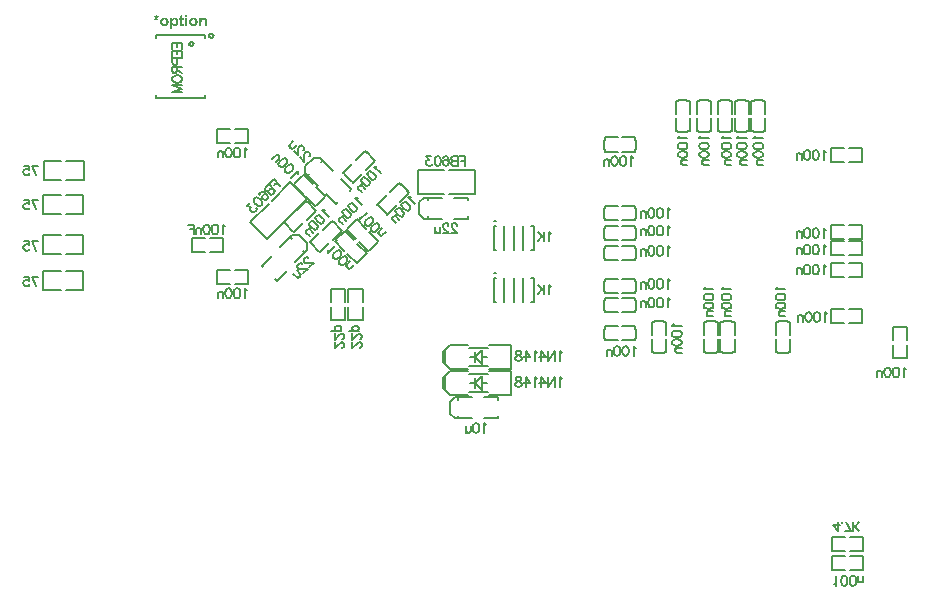
<source format=gbo>
%FSTAX23Y23*%
%MOMM*%
%SFA1B1*%

%IPPOS*%
%ADD10C,0.200000*%
%ADD16C,0.150000*%
%ADD19C,0.177800*%
%LNksz8851-1*%
%LPD*%
G36*
X54799Y27999D02*
Y26599D01*
X54499Y26899*
Y27699*
X54799Y27999*
G37*
G36*
Y30199D02*
Y28799D01*
X54499Y29099*
Y29899*
X54799Y30199*
G37*
G36*
X30291Y58497D02*
Y5849D01*
Y58484*
X30289Y58477*
Y58469*
X30288Y58459*
Y58448*
X30287Y58436*
X30285Y5842*
X30284Y58405*
X30281Y58387*
X30278Y58368*
X30275Y58347*
X30273Y58323*
X30275Y58325*
X3028Y58326*
X30284Y58329*
X30292Y58332*
X30302Y58336*
X30313Y58341*
X30328Y58348*
X3033*
X30331Y5835*
X30338Y58352*
X3035Y58358*
X30364Y58365*
X30381Y58372*
X304Y5838*
X30438Y58395*
X30474Y58278*
X30472*
X30471Y58276*
X30467*
X30461Y58275*
X30454Y58273*
X30446Y58272*
X30425Y58268*
X304Y58262*
X30371Y58257*
X30338Y58251*
X30303Y58244*
X30382Y58155*
X30384Y58154*
X30386Y58151*
X30391Y58146*
X30396Y5814*
X30409Y58125*
X30421Y58111*
X3032Y58046*
X30232Y58192*
Y5819*
X30231Y58189*
X30228Y58185*
X30226Y58179*
X30217Y58165*
X30206Y58146*
X30192Y58124*
X30177Y58099*
X30159Y58071*
X30141Y58042*
X30042Y58118*
X30045Y58121*
X30051Y58128*
X3006Y58137*
X30073Y5815*
X30087Y58167*
X30103Y58183*
X30121Y58201*
X30141Y58219*
X30142Y58221*
X30144Y58222*
X30152Y5823*
X3016Y58239*
X30163Y58241*
X30166Y58244*
X30164*
X30162Y58246*
X30156*
X30148Y58248*
X30135Y58251*
X30119Y58255*
X30098Y5826*
X30085Y58264*
X30072Y58266*
X30069*
X30063Y58269*
X30054Y58271*
X30042Y58275*
X3003Y58278*
X30017Y58282*
X30008Y58284*
X29999Y58287*
X30038Y58402*
X3004*
X30042Y58401*
X30047Y584*
X30052Y58397*
X3006Y58393*
X30069Y58388*
X3009Y5838*
X30113Y58368*
X3014Y58355*
X30166Y5834*
X30191Y58325*
Y58326*
Y58329*
X30189Y58334*
X30188Y58343*
X30187Y58351*
Y58362*
X30184Y58387*
X30181Y58415*
X30178Y58444*
X30177Y58473*
X30176Y58499*
X30291*
Y58497*
G37*
G36*
X32869Y58312D02*
X32684D01*
Y58483*
X32869*
Y58312*
G37*
G36*
X34297Y58233D02*
X34313Y58232D01*
X34329Y58229*
X34347Y58225*
X34367Y58219*
X34386Y58212*
X34389Y58211*
X34394Y58208*
X34404Y58204*
X34415Y58197*
X34428Y58189*
X3444Y58179*
X34453Y58168*
X34464Y58155*
X34465Y58154*
X34468Y5815*
X34472Y58143*
X34478Y58133*
X34484Y58122*
X3449Y58108*
X34496Y58094*
X345Y58078*
Y58076*
X34501Y5807*
X34504Y5806*
X34505Y58046*
X34508Y58029*
X34509Y58007*
X34511Y57984*
Y57954*
Y57523*
X34326*
Y57877*
Y57878*
Y57882*
Y57888*
Y57895*
Y57904*
Y57914*
X34325Y57938*
X34324Y57961*
X34321Y57986*
X34318Y58007*
X34317Y58015*
X34314Y58022*
Y58024*
X34311Y58028*
X34308Y58033*
X34304Y58042*
X34292Y58058*
X34285Y58067*
X34275Y58074*
X34274Y58075*
X34271Y58076*
X34265Y58079*
X34257Y58083*
X34247Y58088*
X34238Y5809*
X34225Y58092*
X34211Y58093*
X34203*
X34195Y58092*
X34184Y5809*
X3417Y58086*
X34156Y58082*
X34141Y58075*
X34125Y58067*
X34124Y58065*
X3412Y58063*
X34113Y58056*
X34104Y58049*
X34096Y58038*
X34088Y58027*
X3408Y58011*
X34074Y57996*
Y57995*
X34071Y57988*
X3407Y57977*
X34067Y5796*
X34066Y5795*
X34064Y57938*
X34063Y57925*
Y5791*
X34062Y57895*
X3406Y57877*
Y57857*
Y57837*
Y57523*
X33876*
Y58219*
X34046*
Y58117*
X34048Y58118*
X3405Y58122*
X34056Y58128*
X34063Y58135*
X34071Y58144*
X34082Y58154*
X34095Y58165*
X34109Y58176*
X34124Y58186*
X34142Y58197*
X3416Y58207*
X34181Y58217*
X34203Y58223*
X34225Y58229*
X3425Y58233*
X34275Y58235*
X34285*
X34297Y58233*
G37*
G36*
X31823D02*
X31833Y58232D01*
X31845Y58229*
X31859Y58226*
X31873Y58222*
X3189Y58218*
X31905Y58211*
X31923Y58204*
X3194Y58194*
X31958Y58183*
X31974Y58171*
X31991Y58155*
X32008Y58139*
X32009Y58137*
X32012Y58135*
X32016Y58129*
X32021Y58121*
X32027Y58112*
X32034Y581*
X32042Y58086*
X32051Y58071*
X32058Y58053*
X32066Y58033*
X32073Y58011*
X3208Y57988*
X32084Y57961*
X32088Y57935*
X32091Y57904*
X32092Y57874*
Y57873*
Y57867*
Y57857*
X32091Y57845*
X32089Y57831*
X32088Y57814*
X32085Y57795*
X32081Y57776*
X32071Y57731*
X32064Y57709*
X32056Y57687*
X32046Y57665*
X32034Y57644*
X32021Y57623*
X32006Y57604*
X32005Y57602*
X32002Y57599*
X31998Y57595*
X31991Y57588*
X31983Y57581*
X31973Y57573*
X31962Y57565*
X31949Y57556*
X31934Y57547*
X31919Y57538*
X31884Y57523*
X31865Y57516*
X31844Y57512*
X31823Y57509*
X31801Y57508*
X31791*
X3178Y57509*
X31766Y57511*
X3175Y57513*
X31732Y57518*
X31714Y57523*
X31696Y5753*
X31694Y57531*
X31687Y57534*
X31679Y57541*
X31666Y57549*
X31651Y57559*
X31636Y57573*
X31618Y5759*
X31598Y57609*
Y57257*
X31414*
Y58219*
X31586*
Y58117*
X31587Y58119*
X31592Y58125*
X316Y58135*
X3161Y58147*
X31622Y58161*
X31639Y58175*
X31655Y58189*
X31676Y58201*
X31679Y58203*
X31686Y58207*
X31698Y58212*
X31714Y58218*
X31732Y58223*
X31754Y58229*
X31777Y58233*
X31802Y58235*
X31813*
X31823Y58233*
G37*
G36*
X32869Y57523D02*
X32684D01*
Y58219*
X32869*
Y57523*
G37*
G36*
X334Y58233D02*
X33414Y58232D01*
X33429Y58229*
X33447Y58226*
X33465Y58222*
X33486Y58217*
X33507Y5821*
X33528Y58201*
X3355Y58192*
X33572Y58179*
X33593Y58165*
X33614Y5815*
X33633Y58132*
X33634Y58131*
X33637Y58128*
X33643Y58121*
X33648Y58114*
X33657Y58103*
X33665Y58092*
X33675Y58076*
X33684Y58061*
X33693Y58043*
X33702Y58024*
X33711Y58002*
X33719Y57979*
X33725Y57954*
X3373Y57929*
X33733Y57902*
X33734Y57873*
Y57871*
Y57866*
Y57857*
X33733Y57846*
X33731Y57832*
X33729Y57817*
X33726Y57799*
X33722Y57781*
X33716Y5776*
X33709Y57739*
X33701Y57717*
X33691Y57695*
X33679Y57673*
X33665Y57652*
X3365Y57631*
X33632Y5761*
X3363Y57609*
X33627Y57606*
X33622Y57601*
X33614Y57594*
X33604Y57587*
X33591Y57579*
X33577Y57569*
X33562Y57559*
X33544Y57549*
X33525Y5754*
X33504Y57531*
X3348Y57524*
X33457Y57518*
X3343Y57512*
X33404Y57509*
X33375Y57508*
X33365*
X33358Y57509*
X3335*
X3334Y57511*
X33317Y57513*
X33288Y57519*
X33257Y57526*
X33225Y57537*
X33192Y57551*
X33191*
X33188Y57552*
X33184Y57555*
X33178Y57559*
X33163Y57569*
X33143Y57583*
X33123Y57601*
X331Y57623*
X3308Y57648*
X3306Y57677*
Y57678*
X33059Y57681*
X33056Y57685*
X33053Y57692*
X3305Y57701*
X33046Y5771*
X33042Y57721*
X33038Y57734*
X33034Y57748*
X3303Y57763*
X33023Y57798*
X33017Y57838*
X33016Y57881*
Y57882*
Y57885*
Y57891*
X33017Y57896*
Y57904*
X33019Y57914*
X33021Y57938*
X33027Y57964*
X33035Y57993*
X33045Y58025*
X3306Y58057*
Y58058*
X33063Y58061*
X33064Y58065*
X33069Y58071*
X3308Y58086*
X33093Y58106*
X33112Y58126*
X33134Y58149*
X33159Y58169*
X33188Y58189*
X33189*
X33192Y5819*
X33196Y58193*
X33203Y58196*
X3321Y582*
X3322Y58203*
X33231Y58207*
X33242Y58212*
X3327Y58221*
X33302Y58228*
X33336Y58233*
X33374Y58235*
X33389*
X334Y58233*
G37*
G36*
X32432Y58219D02*
X32558D01*
Y58072*
X32432*
Y57791*
Y57789*
Y57787*
Y57782*
Y57777*
Y57763*
Y57746*
X32433Y5773*
Y57713*
Y57701*
X32435Y57695*
Y57692*
X32436Y5769*
X32439Y57684*
X32443Y57677*
X32451Y57669*
X32454Y57667*
X3246Y57665*
X32469Y57662*
X32482Y5766*
X32487*
X32493Y57662*
X32501Y57663*
X32512Y57665*
X32525Y57667*
X3254Y57671*
X32557Y57677*
X32573Y57534*
X32572*
X32571Y57533*
X32562Y5753*
X32548Y57526*
X3253Y57522*
X3251Y57516*
X32485Y57512*
X32457Y57509*
X32428Y57508*
X32419*
X3241Y57509*
X32397Y57511*
X32383Y57512*
X32368Y57515*
X32353Y57519*
X32338Y57524*
X32336Y57526*
X32331Y57527*
X32324Y57531*
X32315Y57536*
X32296Y57549*
X32286Y57558*
X32278Y57567*
X32277Y57569*
X32275Y57573*
X32272Y57579*
X32268Y57587*
X32264Y57597*
X3226Y57609*
X32256Y57623*
X32253Y57638*
Y5764*
X32252Y57645*
Y57653*
X3225Y57667*
X32249Y57685*
Y57708*
X32248Y5772*
Y57735*
Y57751*
Y57769*
Y58072*
X32163*
Y58219*
X32248*
Y58358*
X32432Y58466*
Y58219*
G37*
G36*
X30941Y58233D02*
X30955Y58232D01*
X3097Y58229*
X30988Y58226*
X31006Y58222*
X31027Y58217*
X31048Y5821*
X31069Y58201*
X31091Y58192*
X31113Y58179*
X31134Y58165*
X31155Y5815*
X31174Y58132*
X31175Y58131*
X31178Y58128*
X31184Y58121*
X31189Y58114*
X31198Y58103*
X31206Y58092*
X31216Y58076*
X31225Y58061*
X31234Y58043*
X31243Y58024*
X31252Y58002*
X3126Y57979*
X31266Y57954*
X31271Y57929*
X31274Y57902*
X31275Y57873*
Y57871*
Y57866*
Y57857*
X31274Y57846*
X31273Y57832*
X3127Y57817*
X31267Y57799*
X31263Y57781*
X31257Y5776*
X3125Y57739*
X31242Y57717*
X31232Y57695*
X3122Y57673*
X31206Y57652*
X31191Y57631*
X31173Y5761*
X31171Y57609*
X31169Y57606*
X31163Y57601*
X31155Y57594*
X31145Y57587*
X31133Y57579*
X31119Y57569*
X31103Y57559*
X31085Y57549*
X31066Y5754*
X31045Y57531*
X31022Y57524*
X30998Y57518*
X30972Y57512*
X30945Y57509*
X30916Y57508*
X30906*
X309Y57509*
X30891*
X30881Y57511*
X30858Y57513*
X30829Y57519*
X30798Y57526*
X30766Y57537*
X30733Y57551*
X30732*
X30729Y57552*
X30725Y57555*
X30719Y57559*
X30704Y57569*
X30685Y57583*
X30664Y57601*
X30642Y57623*
X30621Y57648*
X30601Y57677*
Y57678*
X306Y57681*
X30597Y57685*
X30594Y57692*
X30592Y57701*
X30587Y5771*
X30583Y57721*
X30579Y57734*
X30575Y57748*
X30571Y57763*
X30564Y57798*
X30558Y57838*
X30557Y57881*
Y57882*
Y57885*
Y57891*
X30558Y57896*
Y57904*
X3056Y57914*
X30563Y57938*
X30568Y57964*
X30576Y57993*
X30586Y58025*
X30601Y58057*
Y58058*
X30604Y58061*
X30606Y58065*
X3061Y58071*
X30621Y58086*
X30635Y58106*
X30653Y58126*
X30675Y58149*
X307Y58169*
X30729Y58189*
X3073*
X30733Y5819*
X30737Y58193*
X30744Y58196*
X30751Y582*
X30761Y58203*
X30772Y58207*
X30783Y58212*
X30811Y58221*
X30843Y58228*
X30877Y58233*
X30915Y58235*
X3093*
X30941Y58233*
G37*
%LNksz8851-2*%
%LPC*%
G36*
X31751Y58089D02*
X31748D01*
X3174Y58088*
X31727Y58086*
X31712Y58082*
X31694Y58076*
X31675Y58067*
X31657Y58054*
X31639Y58036*
X31637Y58033*
X31632Y58027*
X31625Y58014*
X31618Y57997*
X3161Y57975*
X31603Y57949*
X31597Y57918*
X31596Y57882*
Y57881*
Y57877*
Y57871*
X31597Y57863*
Y57853*
X31598Y57842*
X31601Y57817*
X31607Y57788*
X31615Y57759*
X31626Y57733*
X31633Y5772*
X31641Y57709*
X31644Y57706*
X3165Y57701*
X31659Y57691*
X31673Y57681*
X31689Y57671*
X31708Y57662*
X3173Y57656*
X31754Y57653*
X31757*
X31765Y57655*
X31776Y57656*
X31791Y5766*
X31808Y57666*
X31826Y57676*
X31844Y57688*
X31861Y57705*
X31862Y57708*
X31868Y57714*
X31874Y57727*
X31883Y57745*
X31886Y57756*
X3189Y57769*
X31894Y57782*
X31897Y57798*
X31899Y57814*
X31902Y57832*
X31904Y57852*
Y57873*
Y57874*
Y57878*
Y57884*
Y57891*
X31902Y579*
X31901Y5791*
X31898Y57934*
X31892Y5796*
X31886Y57988*
X31874Y58013*
X31859Y58035*
X31858Y58038*
X31851Y58043*
X31841Y58051*
X31829Y58063*
X31813Y58072*
X31795Y58081*
X31775Y58086*
X31751Y58089*
G37*
G36*
X33375Y58085D02*
X33368D01*
X33363Y58083*
X3335Y58082*
X33333Y58078*
X33314Y58071*
X33293Y58061*
X33272Y58047*
X33253Y58029*
X33252Y58027*
X33246Y5802*
X33238Y58006*
X33229Y57989*
X3322Y57967*
X33213Y57939*
X33207Y57907*
X33204Y57871*
Y5787*
Y57867*
Y57861*
X33206Y57855*
Y57845*
X33207Y57835*
X3321Y57813*
X33217Y57787*
X33225Y5776*
X33236Y57734*
X33253Y57712*
X33256Y57709*
X33261Y57703*
X33272Y57695*
X33288Y57685*
X33304Y57674*
X33325Y57666*
X33349Y5766*
X33375Y57658*
X33382*
X33388Y57659*
X334Y5766*
X33417Y57665*
X33436Y57671*
X33457Y5768*
X33476Y57694*
X33496Y57712*
X33498Y57714*
X33504Y57721*
X33511Y57735*
X33521Y57752*
X3353Y57776*
X33537Y57802*
X33543Y57835*
X33546Y57871*
Y57873*
Y57875*
Y57881*
X33544Y57888*
Y57896*
X33543Y57907*
X3354Y57929*
X33533Y57954*
X33525Y57981*
X33512Y58007*
X33496Y58029*
X33493Y58032*
X33487Y58038*
X33476Y58047*
X33462Y58057*
X33444Y58067*
X33425Y58076*
X33401Y58082*
X33375Y58085*
G37*
G36*
X30916D02*
X30909D01*
X30904Y58083*
X30891Y58082*
X30875Y58078*
X30855Y58071*
X30834Y58061*
X30814Y58047*
X30794Y58029*
X30793Y58027*
X30787Y5802*
X30779Y58006*
X30771Y57989*
X30761Y57967*
X30754Y57939*
X30748Y57907*
X30746Y57871*
Y5787*
Y57867*
Y57861*
X30747Y57855*
Y57845*
X30748Y57835*
X30751Y57813*
X30758Y57787*
X30766Y5776*
X30777Y57734*
X30794Y57712*
X30797Y57709*
X30802Y57703*
X30814Y57695*
X30829Y57685*
X30845Y57674*
X30866Y57666*
X3089Y5766*
X30916Y57658*
X30923*
X30929Y57659*
X30941Y5766*
X30958Y57665*
X30977Y57671*
X30998Y5768*
X31017Y57694*
X31037Y57712*
X3104Y57714*
X31045Y57721*
X31052Y57735*
X31062Y57752*
X31071Y57776*
X31078Y57802*
X31084Y57835*
X31087Y57871*
Y57873*
Y57875*
Y57881*
X31085Y57888*
Y57896*
X31084Y57907*
X31081Y57929*
X31074Y57954*
X31066Y57981*
X31053Y58007*
X31037Y58029*
X31034Y58032*
X31028Y58038*
X31017Y58047*
X31004Y58057*
X30985Y58067*
X30966Y58076*
X30943Y58082*
X30916Y58085*
G37*
%LNksz8851-3*%
%LPD*%
G54D10*
X58999Y36599D02*
X58799D01*
X58999*
Y40999D02*
X58799D01*
X58999*
X33399Y55999D02*
X33261Y5619D01*
X33038Y56117*
Y55882*
X33261Y55809*
X33399Y55999*
X35099Y56699D02*
X34961Y5689D01*
X34738Y56817*
Y56582*
X34961Y56509*
X35099Y56699*
X45999Y32649D02*
X46199D01*
Y33749*
X44999Y32649D02*
Y33749D01*
Y32649D02*
X45199D01*
X44999Y35249D02*
X45199D01*
X44999Y34149D02*
Y35249D01*
X46199Y34149D02*
Y35249D01*
X45999D02*
X46199D01*
X47499Y32649D02*
X47699D01*
Y33749*
X46499Y32649D02*
Y33749D01*
Y32649D02*
X46699D01*
X46499Y35249D02*
X46699D01*
X46499Y34149D02*
Y35249D01*
X47699Y34149D02*
Y35249D01*
X47499D02*
X47699D01*
X9Y46999D02*
Y47199D01*
X889D02*
X9D01*
X889Y45999D02*
X9D01*
Y46199*
X874Y45999D02*
Y46199D01*
Y45999D02*
X885D01*
X874Y47199D02*
X885D01*
X874Y46999D02*
Y47199D01*
Y40499D02*
Y40699D01*
X885*
X874Y39499D02*
X885D01*
X874D02*
Y39699D01*
X9Y39499D02*
Y39699D01*
X889Y39499D02*
X9D01*
X889Y40699D02*
X9D01*
Y40499D02*
Y40699D01*
Y39099D02*
Y39299D01*
X889D02*
X9D01*
X889Y38099D02*
X9D01*
Y38299*
X874Y38099D02*
Y38299D01*
Y38099D02*
X885D01*
X874Y39299D02*
X885D01*
X874Y39099D02*
Y39299D01*
X9Y37299D02*
Y37499D01*
X889D02*
X9D01*
X889Y36299D02*
X9D01*
Y36499*
X874Y36299D02*
Y36499D01*
Y36299D02*
X885D01*
X874Y37499D02*
X885D01*
X874Y37299D02*
Y37499D01*
X9Y33399D02*
Y33599D01*
X889D02*
X9D01*
X889Y32399D02*
X9D01*
Y32599*
X874Y32399D02*
Y32599D01*
Y32399D02*
X885D01*
X874Y33599D02*
X885D01*
X874Y33399D02*
Y33599D01*
X83699Y29899D02*
X83899D01*
Y30999*
X82699Y29899D02*
Y30999D01*
Y29899D02*
X82899D01*
X82699Y32499D02*
X82899D01*
X82699Y31399D02*
Y32499D01*
X83899Y31399D02*
Y32499D01*
X83699D02*
X83899D01*
X78999Y29899D02*
X79199D01*
Y30999*
X77999Y29899D02*
Y30999D01*
Y29899D02*
X78199D01*
X77999Y32499D02*
X78199D01*
X77999Y31399D02*
Y32499D01*
X79199Y31399D02*
Y32499D01*
X78999D02*
X79199D01*
X77599Y29899D02*
X77799D01*
Y30999*
X76599Y29899D02*
Y30999D01*
Y29899D02*
X76799D01*
X76599Y32499D02*
X76799D01*
X76599Y31399D02*
Y32499D01*
X77799Y31399D02*
Y32499D01*
X77599D02*
X77799D01*
X73199Y29899D02*
X73399D01*
Y30999*
X72199Y29899D02*
Y30999D01*
Y29899D02*
X72399D01*
X72199Y32499D02*
X72399D01*
X72199Y31399D02*
Y32499D01*
X73399Y31399D02*
Y32499D01*
X73199D02*
X73399D01*
X68199Y309D02*
Y311D01*
Y309D02*
X69299D01*
X68199Y321D02*
X69299D01*
X68199Y319D02*
Y321D01*
X70799Y319D02*
Y321D01*
X69699D02*
X70799D01*
X69699Y309D02*
X70799D01*
Y311*
X68199Y333D02*
Y335D01*
Y333D02*
X69299D01*
X68199Y345D02*
X69299D01*
X68199Y343D02*
Y345D01*
X70799Y343D02*
Y345D01*
X69699D02*
X70799D01*
X69699Y333D02*
X70799D01*
Y335*
X68199Y349D02*
Y351D01*
Y349D02*
X69299D01*
X68199Y361D02*
X69299D01*
X68199Y359D02*
Y361D01*
X70799Y359D02*
Y361D01*
X69699D02*
X70799D01*
X69699Y349D02*
X70799D01*
Y351*
X68199Y377D02*
Y379D01*
Y377D02*
X69299D01*
X68199Y389D02*
X69299D01*
X68199Y387D02*
Y389D01*
X70799Y387D02*
Y389D01*
X69699D02*
X70799D01*
X69699Y377D02*
X70799D01*
Y379*
X68199Y394D02*
Y396D01*
Y394D02*
X69299D01*
X68199Y406D02*
X69299D01*
X68199Y404D02*
Y406D01*
X70799Y404D02*
Y406D01*
X69699D02*
X70799D01*
X69699Y394D02*
X70799D01*
Y396*
Y411D02*
Y413D01*
X69699Y411D02*
X70799D01*
X69699Y423D02*
X70799D01*
Y421D02*
Y423D01*
X68199Y421D02*
Y423D01*
X69299*
X68199Y411D02*
X69299D01*
X68199D02*
Y413D01*
Y469D02*
Y471D01*
Y469D02*
X69299D01*
X68199Y481D02*
X69299D01*
X68199Y479D02*
Y481D01*
X70799Y479D02*
Y481D01*
X69699D02*
X70799D01*
X69699Y469D02*
X70799D01*
Y471*
X806Y512D02*
X808D01*
X806Y501D02*
Y512D01*
X818Y501D02*
Y512D01*
X816D02*
X818D01*
X816Y486D02*
X818D01*
Y497*
X806Y486D02*
Y497D01*
Y486D02*
X808D01*
X792Y512D02*
X794D01*
X792Y501D02*
Y512D01*
X804Y501D02*
Y512D01*
X802D02*
X804D01*
X802Y486D02*
X804D01*
Y497*
X792Y486D02*
Y497D01*
Y486D02*
X794D01*
X778Y512D02*
X78D01*
X778Y501D02*
Y512D01*
X79Y501D02*
Y512D01*
X788D02*
X79D01*
X788Y486D02*
X79D01*
Y497*
X778Y486D02*
Y497D01*
Y486D02*
X78D01*
X76D02*
X762D01*
X76D02*
Y497D01*
X772Y486D02*
Y497D01*
X77Y486D02*
X772D01*
X77Y512D02*
X772D01*
Y501D02*
Y512D01*
X76Y501D02*
Y512D01*
X762*
X742D02*
X744D01*
X742Y501D02*
Y512D01*
X754Y501D02*
Y512D01*
X752D02*
X754D01*
X752Y486D02*
X754D01*
Y497*
X742Y486D02*
Y497D01*
Y486D02*
X744D01*
X8745Y13049D02*
Y13249D01*
Y13049D02*
X8855D01*
X8745Y14249D02*
X8855D01*
X8745Y14049D02*
Y14249D01*
X9005Y14049D02*
Y14249D01*
X8895D02*
X9005D01*
X8895Y13049D02*
X9005D01*
Y13249*
X87449Y1145D02*
Y1165D01*
Y1145D02*
X88549D01*
X87449Y1265D02*
X88549D01*
X87449Y1245D02*
Y1265D01*
X90049Y1245D02*
Y1265D01*
X88949D02*
X90049D01*
X88949Y1145D02*
X90049D01*
Y1165*
X59199Y25899D02*
Y26099D01*
X57999D02*
X59199D01*
X55799D02*
X56999D01*
X55799Y25899D02*
Y26099D01*
Y24299D02*
Y24499D01*
Y24299D02*
X56999D01*
X57999D02*
X59199D01*
Y24499*
X55099Y25699D02*
X55499Y26099D01*
X55799*
X55099Y24699D02*
Y25699D01*
Y24699D02*
X55499Y24299D01*
X55799*
X56699Y28099D02*
X58299D01*
X54499Y27699D02*
X55099Y28299D01*
X54499Y26899D02*
X55099Y26299D01*
X54499Y26899D02*
Y27699D01*
X60299Y26299D02*
Y28299D01*
X58388D02*
X60299D01*
X58388Y26299D02*
X60299D01*
X55099D02*
X5661D01*
X55099Y28299D02*
X5661D01*
X56699Y26499D02*
X58299D01*
X57199Y27299D02*
X57799Y27899D01*
Y26699D02*
Y27899D01*
X57199Y27299D02*
X57799Y26699D01*
X57199Y26899D02*
Y27699D01*
X56799Y27299D02*
X57199D01*
X57799D02*
X58199D01*
X56699Y30299D02*
X58299D01*
X54499Y29899D02*
X55099Y30499D01*
X54499Y29099D02*
X55099Y28499D01*
X54499Y29099D02*
Y29899D01*
X60299Y28499D02*
Y30499D01*
X58388D02*
X60299D01*
X58388Y28499D02*
X60299D01*
X55099D02*
X5661D01*
X55099Y30499D02*
X5661D01*
X56699Y28699D02*
X58299D01*
X57199Y29499D02*
X57799Y30099D01*
Y28899D02*
Y30099D01*
X57199Y29499D02*
X57799Y28899D01*
X57199Y29099D02*
Y29899D01*
X56799Y29499D02*
X57199D01*
X57799D02*
X58199D01*
X58799Y34199D02*
Y36199D01*
Y34199D02*
X58999D01*
X62199D02*
Y36199D01*
X59699Y34199D02*
Y36199D01*
X58799D02*
X58999D01*
X61999D02*
X62199D01*
X61999Y34199D02*
X62199D01*
X60499D02*
Y36199D01*
X61299Y34199D02*
Y36199D01*
X58799Y38599D02*
Y40599D01*
Y38599D02*
X58999D01*
X62199D02*
Y40599D01*
X59699Y38599D02*
Y40599D01*
X58799D02*
X58999D01*
X61999D02*
X62199D01*
X61999Y38599D02*
X62199D01*
X60499D02*
Y40599D01*
X61299Y38599D02*
Y40599D01*
X52399Y43299D02*
X54599D01*
X54999D02*
X57199D01*
X52399Y45299D02*
X54599D01*
X54999D02*
X57199D01*
Y43299D02*
Y45299D01*
X52399Y43299D02*
Y45299D01*
X56599Y42799D02*
Y42999D01*
X55399D02*
X56599D01*
X53199D02*
X54399D01*
X53199Y42799D02*
Y42999D01*
Y41199D02*
Y41399D01*
Y41199D02*
X54399D01*
X55399D02*
X56599D01*
Y41399*
X52499Y42599D02*
X52899Y42999D01*
X53199*
X52499Y41599D02*
Y42599D01*
Y41599D02*
X52899Y41199D01*
X53199*
X40278Y3609D02*
X4042Y35949D01*
X41268Y36797*
X41975Y37505D02*
X42824Y38353D01*
X42683Y38495D02*
X42824Y38353D01*
X41551Y39626D02*
X41693Y39484D01*
X40703Y38777D02*
X41551Y39626D01*
X39147Y37222D02*
X39996Y3807D01*
X39147Y37222D02*
X39288Y3708D01*
X43036Y38565D02*
Y39131D01*
X42824Y38353D02*
X43036Y38565D01*
X42329Y39838D02*
X43036Y39131D01*
X41763Y39838D02*
X42329D01*
X41551Y39626D02*
X41763Y39838D01*
X47063Y41001D02*
X47204Y41143D01*
X47982Y40365*
X46356Y40294D02*
X47134Y39516D01*
X46356Y40294D02*
X46497Y40436D01*
X48194Y38456D02*
X48336Y38597D01*
X47417Y39234D02*
X48194Y38456D01*
X48265Y40082D02*
X49043Y39304D01*
X48902Y39163D02*
X49043Y39304D01*
X46063Y40001D02*
X46204Y40143D01*
X46982Y39365*
X45356Y39294D02*
X46134Y38516D01*
X45356Y39294D02*
X45497Y39436D01*
X47194Y37456D02*
X47336Y37597D01*
X46417Y38234D02*
X47194Y37456D01*
X47265Y39082D02*
X48043Y38304D01*
X47902Y38163D02*
X48043Y38304D01*
X45801Y40336D02*
X45943Y40194D01*
X45165Y39417D02*
X45943Y40194D01*
X44316Y40265D02*
X45094Y41043D01*
X45236Y40902*
X43256Y39204D02*
X43397Y39063D01*
X43256Y39204D02*
X44034Y39982D01*
X44104Y38356D02*
X44882Y39134D01*
X43963Y38497D02*
X44104Y38356D01*
X43694Y42256D02*
X43836Y42397D01*
X42917Y43034D02*
X43694Y42256D01*
X43765Y43882D02*
X44543Y43105D01*
X44402Y42963D02*
X44543Y43105D01*
X42563Y44802D02*
X42704Y44943D01*
X43482Y44165*
X41856Y44095D02*
X42634Y43317D01*
X41856Y44095D02*
X41997Y44236D01*
X42849Y45077D02*
X43061Y44865D01*
X42849Y45077D02*
Y45643D01*
X43556Y4635*
X44122D02*
X44334Y46138D01*
X43556Y4635D02*
X44122D01*
X45465Y42461D02*
X45607Y42602D01*
X44617Y43309D02*
X45465Y42461D01*
X43061Y44865D02*
X43909Y44017D01*
X43061Y44865D02*
X43202Y45007D01*
X44192Y45996D02*
X44334Y46138D01*
X45182Y45289*
X45889Y44582D02*
X46738Y43734D01*
X46597Y43592D02*
X46738Y43734D01*
X46056Y45104D02*
X46197Y44963D01*
X46056Y45104D02*
X46834Y45882D01*
X46905Y44256D02*
X47682Y45034D01*
X46763Y44397D02*
X46905Y44256D01*
X48602Y46236D02*
X48743Y46094D01*
X47965Y45317D02*
X48743Y46094D01*
X47117Y46165D02*
X47895Y46943D01*
X48036Y46802*
X48956Y42404D02*
X49097Y42263D01*
X48956Y42404D02*
X49734Y43182D01*
X49805Y41556D02*
X50582Y42334D01*
X49663Y41697D02*
X49805Y41556D01*
X51502Y43536D02*
X51643Y43394D01*
X50865Y42617D02*
X51643Y43394D01*
X50017Y43465D02*
X50795Y44243D01*
X50936Y44102*
X43601Y42036D02*
X43743Y41894D01*
X42965Y41117D02*
X43743Y41894D01*
X42116Y41965D02*
X42894Y42743D01*
X43036Y42602*
X41056Y40904D02*
X41197Y40763D01*
X41056Y40904D02*
X41834Y41682D01*
X41904Y40056D02*
X42682Y40834D01*
X41763Y40197D02*
X41904Y40056D01*
X30199Y51399D02*
X34399D01*
X30199D02*
Y51699D01*
X34399Y51399D02*
Y51699D01*
Y56499D02*
Y56799D01*
X30199Y56499D02*
Y56799D01*
X34399*
X3961Y39495D02*
X41165Y41051D01*
X41448Y41334D02*
X43004Y42889D01*
X38195Y40909D02*
X39751Y42465D01*
X40034Y42748D02*
X41589Y44304D01*
X43004Y42889*
X38195Y40909D02*
X3961Y39495D01*
X37999Y357D02*
Y359D01*
X36899Y357D02*
X37999D01*
X36899Y369D02*
X37999D01*
Y367D02*
Y369D01*
X35399Y367D02*
Y369D01*
X36499*
X35399Y357D02*
X36499D01*
X35399D02*
Y359D01*
X35899Y384D02*
Y386D01*
X34799Y384D02*
X35899D01*
X34799Y396D02*
X35899D01*
Y394D02*
Y396D01*
X33299Y394D02*
Y396D01*
X34399*
X33299Y384D02*
X34399D01*
X33299D02*
Y386D01*
X354Y48599D02*
Y48799D01*
X365*
X354Y47599D02*
X365D01*
X354D02*
Y47799D01*
X38Y47599D02*
Y47799D01*
X369Y47599D02*
X38D01*
X369Y48799D02*
X38D01*
Y48599D02*
Y48799D01*
X20699Y44499D02*
Y46099D01*
X22199*
X20699Y44499D02*
X22199D01*
X22599D02*
X24099D01*
X22599Y46099D02*
X24099D01*
Y44499D02*
Y46099D01*
X24049Y41649D02*
Y43249D01*
X22549Y41649D02*
X24049D01*
X22549Y43249D02*
X24049D01*
X20649D02*
X22149D01*
X20649Y41649D02*
X22149D01*
X20649D02*
Y43249D01*
Y38199D02*
Y39799D01*
X22149*
X20649Y38199D02*
X22149D01*
X22549D02*
X24049D01*
X22549Y39799D02*
X24049D01*
Y38199D02*
Y39799D01*
Y35149D02*
Y36749D01*
X22549Y35149D02*
X24049D01*
X22549Y36749D02*
X24049D01*
X20649D02*
X22149D01*
X20649Y35149D02*
X22149D01*
X20649D02*
Y36749D01*
X926Y294D02*
X928D01*
X926D02*
Y305D01*
X938Y294D02*
Y305D01*
X936Y294D02*
X938D01*
X936Y32D02*
X938D01*
Y309D02*
Y32D01*
X926Y309D02*
Y32D01*
X928*
G54D16*
X45199Y32624D02*
X45999D01*
X45199Y35274D02*
X45999D01*
X46699Y32624D02*
X47499D01*
X46699Y35274D02*
X47499D01*
X90025Y46199D02*
Y46999D01*
X87375Y46199D02*
Y46999D01*
Y39699D02*
Y40499D01*
X90025Y39699D02*
Y40499D01*
Y38299D02*
Y39099D01*
X87375Y38299D02*
Y39099D01*
X90025Y36499D02*
Y37299D01*
X87375Y36499D02*
Y37299D01*
X90025Y32599D02*
Y33399D01*
X87375Y32599D02*
Y33399D01*
X82899Y29874D02*
X83699D01*
X82899Y32524D02*
X83699D01*
X78199Y29874D02*
X78999D01*
X78199Y32524D02*
X78999D01*
X76799Y29874D02*
X77599D01*
X76799Y32524D02*
X77599D01*
X72399Y29874D02*
X73199D01*
X72399Y32524D02*
X73199D01*
X68174Y311D02*
Y319D01*
X70824Y311D02*
Y319D01*
X68174Y335D02*
Y343D01*
X70824Y335D02*
Y343D01*
X68174Y351D02*
Y359D01*
X70824Y351D02*
Y359D01*
X68174Y379D02*
Y387D01*
X70824Y379D02*
Y387D01*
X68174Y396D02*
Y404D01*
X70824Y396D02*
Y404D01*
Y413D02*
Y421D01*
X68174Y413D02*
Y421D01*
Y471D02*
Y479D01*
X70824Y471D02*
Y479D01*
X808Y51225D02*
X816D01*
X808Y48575D02*
X816D01*
X794Y51225D02*
X802D01*
X794Y48575D02*
X802D01*
X78Y51225D02*
X788D01*
X78Y48575D02*
X788D01*
X762D02*
X77D01*
X762Y51225D02*
X77D01*
X744D02*
X752D01*
X744Y48575D02*
X752D01*
X87425Y13249D02*
Y14049D01*
X90075Y13249D02*
Y14049D01*
X87424Y1165D02*
Y1245D01*
X90074Y1165D02*
Y1245D01*
X4648Y40453D02*
X47045Y41019D01*
X48354Y3858D02*
X48919Y39145D01*
X4548Y39453D02*
X46045Y40019D01*
X47354Y3758D02*
X47919Y38145D01*
X45253Y40919D02*
X45819Y40353D01*
X4338Y39045D02*
X43945Y3848D01*
X43854Y4238D02*
X44419Y42945D01*
X4198Y44254D02*
X42545Y44819D01*
X4618Y44945D02*
X46746Y4438D01*
X48054Y46819D02*
X48619Y46254D01*
X4908Y42245D02*
X49645Y4168D01*
X50954Y44119D02*
X51519Y43554D01*
X43053Y42619D02*
X43619Y42054D01*
X4118Y40745D02*
X41745Y4018D01*
X38024Y359D02*
Y367D01*
X35374Y359D02*
Y367D01*
X35924Y386D02*
Y394D01*
X33274Y386D02*
Y394D01*
X35375Y47799D02*
Y48599D01*
X38025Y47799D02*
Y48599D01*
X928Y29375D02*
X936D01*
X928Y32025D02*
X936D01*
G54D19*
X63668Y39951D02*
X63591Y3999D01*
X63475Y40106*
Y39293*
X63072Y40106D02*
Y39293D01*
X62531Y40106D02*
X63072Y39564D01*
X62879Y39757D02*
X62531Y39293D01*
X63668Y35451D02*
X63591Y3549D01*
X63475Y35606*
Y34793*
X63072Y35606D02*
Y34793D01*
X62531Y35606D02*
X63072Y35064D01*
X62879Y35257D02*
X62531Y34793D01*
X1969Y36306D02*
X20077Y35493D01*
X20232Y36306D02*
X1969D01*
X19044D02*
X19431D01*
X1947Y35957*
X19431Y35996*
X19315Y36035*
X19199*
X19083Y35996*
X19005Y35919*
X18967Y35803*
Y35725*
X19005Y35609*
X19083Y35532*
X19199Y35493*
X19315*
X19431Y35532*
X1947Y35571*
X19509Y35648*
X1969Y42806D02*
X20077Y41993D01*
X20232Y42806D02*
X1969D01*
X19044D02*
X19431D01*
X1947Y42457*
X19431Y42496*
X19315Y42535*
X19199*
X19083Y42496*
X19005Y42419*
X18967Y42303*
Y42225*
X19005Y42109*
X19083Y42032*
X19199Y41993*
X19315*
X19431Y42032*
X1947Y42071*
X19509Y42148*
X1969Y45706D02*
X20077Y44893D01*
X20232Y45706D02*
X1969D01*
X19044D02*
X19431D01*
X1947Y45357*
X19431Y45396*
X19315Y45435*
X19199*
X19083Y45396*
X19005Y45319*
X18967Y45203*
Y45125*
X19005Y45009*
X19083Y44932*
X19199Y44893*
X19315*
X19431Y44932*
X1947Y44971*
X19509Y45048*
X1969Y39306D02*
X20077Y38493D01*
X20232Y39306D02*
X1969D01*
X19044D02*
X19431D01*
X1947Y38957*
X19431Y38996*
X19315Y39035*
X19199*
X19083Y38996*
X19005Y38919*
X18967Y38803*
Y38725*
X19005Y38609*
X19083Y38532*
X19199Y38493*
X19315*
X19431Y38532*
X1947Y38571*
X19509Y38648*
X87914Y14743D02*
X87527Y15285D01*
X88108*
X87914Y14743D02*
Y15556D01*
X8829Y15478D02*
X88251Y15517D01*
X8829Y15556*
X88328Y15517*
X8829Y15478*
X89048Y14743D02*
X88661Y15556D01*
X88506Y14743D02*
X89048D01*
X8923D02*
Y15556D01*
X89772Y14743D02*
X8923Y15285D01*
X89423Y15091D02*
X89772Y15556D01*
X31593Y55572D02*
Y56075D01*
X32406*
Y55572*
X3198Y56075D02*
Y55766D01*
X31593Y54934D02*
Y55437D01*
X32406*
Y54934*
X3198Y55437D02*
Y55127D01*
X32019Y54799D02*
Y5445D01*
X3198Y54334*
X31941Y54295*
X31864Y54257*
X31748*
X31671Y54295*
X31632Y54334*
X31593Y5445*
Y54799*
X32406*
X31593Y54075D02*
X32406D01*
X31593D02*
Y53727D01*
X31632Y53611*
X31671Y53572*
X31748Y53533*
X31825*
X31903Y53572*
X31941Y53611*
X3198Y53727*
Y54075*
Y53804D02*
X32406Y53533D01*
X31593Y53119D02*
X31632Y53196D01*
X31709Y53274*
X31787Y53313*
X31903Y53351*
X32096*
X32212Y53313*
X3229Y53274*
X32367Y53196*
X32406Y53119*
Y52964*
X32367Y52887*
X3229Y5281*
X32212Y52771*
X32096Y52732*
X31903*
X31787Y52771*
X31709Y5281*
X31632Y52887*
X31593Y52964*
Y53119*
Y52542D02*
X32406D01*
X31593D02*
X32406Y52233D01*
X31593Y51923D02*
X32406Y52233D01*
X31593Y51923D02*
X32406D01*
X40167Y44541D02*
X40741Y43967D01*
X40167Y44541D02*
X39811Y44186D01*
X4044Y44268D02*
X40222Y44049D01*
X39745Y4412D02*
X4032Y43545D01*
X39745Y4412D02*
X39499Y43874D01*
X39444Y43764*
Y4371*
X39472Y43628*
X39527Y43573*
X39609Y43545*
X39663*
X39773Y436*
X40019Y43846D02*
X39773Y436D01*
X39718Y43491*
Y43436*
X39745Y43354*
X39828Y43272*
X3991Y43244*
X39964*
X40074Y43299*
X4032Y43545*
X38988Y43198D02*
X3896Y4328D01*
X39015Y43389*
X3907Y43444*
X39179Y43499*
X39316Y43472*
X3948Y43362*
X39617Y43225*
X39699Y43088*
Y42979*
X39644Y4287*
X39617Y42842*
X39507Y42788*
X39398*
X39289Y42842*
X39261Y4287*
X39206Y42979*
Y43088*
X39261Y43198*
X39289Y43225*
X39398Y4328*
X39507*
X39617Y43225*
X38588Y42963D02*
X38697Y43017D01*
X38834Y4299*
X38998Y42881*
X39081Y42799*
X3919Y42634*
X39217Y42497*
X39163Y42388*
X39108Y42333*
X38998Y42279*
X38862Y42306*
X38697Y42415*
X38615Y42497*
X38506Y42662*
X38479Y42799*
X38533Y42908*
X38588Y42963*
X38186Y4256D02*
X37885Y42259D01*
X38268Y42205*
X38186Y42123*
X38158Y4204*
Y41986*
X38213Y41876*
X38268Y41822*
X38377Y41767*
X38487*
X38596Y41822*
X38678Y41904*
X38733Y42013*
Y42068*
X38706Y4215*
X56332Y46506D02*
Y45693D01*
Y46506D02*
X55829D01*
X56332Y46119D02*
X56023D01*
X55737Y46506D02*
Y45693D01*
Y46506D02*
X55388D01*
X55272Y46467*
X55233Y46428*
X55195Y46351*
Y46274*
X55233Y46196*
X55272Y46157*
X55388Y46119*
X55737D02*
X55388D01*
X55272Y4608*
X55233Y46041*
X55195Y45964*
Y45848*
X55233Y45771*
X55272Y45732*
X55388Y45693*
X55737*
X54549Y4639D02*
X54587Y46467D01*
X54703Y46506*
X54781*
X54897Y46467*
X54974Y46351*
X55013Y46157*
Y45964*
X54974Y45809*
X54897Y45732*
X54781Y45693*
X54742*
X54626Y45732*
X54549Y45809*
X5451Y45925*
Y45964*
X54549Y4608*
X54626Y46157*
X54742Y46196*
X54781*
X54897Y46157*
X54974Y4608*
X55013Y45964*
X541Y46506D02*
X54216Y46467D01*
X54293Y46351*
X54332Y46157*
Y46041*
X54293Y45848*
X54216Y45732*
X541Y45693*
X54022*
X53906Y45732*
X53829Y45848*
X5379Y46041*
Y46157*
X53829Y46351*
X53906Y46467*
X54022Y46506*
X541*
X53531D02*
X53105D01*
X53337Y46196*
X53221*
X53144Y46157*
X53105Y46119*
X53066Y46003*
Y45925*
X53105Y45809*
X53183Y45732*
X53299Y45693*
X53415*
X53531Y45732*
X5357Y45771*
X53608Y45848*
X64573Y29851D02*
X64496Y2989D01*
X64379Y30006*
Y29193*
X63977Y30006D02*
Y29193D01*
Y30006D02*
X63435Y29193D01*
Y30006D02*
Y29193D01*
X62824Y30006D02*
X63211Y29464D01*
X6263*
X62824Y30006D02*
Y29193D01*
X62487Y29851D02*
X6241Y2989D01*
X62294Y30006*
Y29193*
X61504Y30006D02*
X61891Y29464D01*
X61311*
X61504Y30006D02*
Y29193D01*
X60974Y30006D02*
X6109Y29967D01*
X61129Y2989*
Y29812*
X6109Y29735*
X61013Y29696*
X60858Y29657*
X60742Y29619*
X60665Y29541*
X60626Y29464*
Y29348*
X60665Y29271*
X60703Y29232*
X60819Y29193*
X60974*
X6109Y29232*
X61129Y29271*
X61168Y29348*
Y29464*
X61129Y29541*
X61052Y29619*
X60936Y29657*
X60781Y29696*
X60703Y29735*
X60665Y29812*
Y2989*
X60703Y29967*
X60819Y30006*
X60974*
X64573Y27651D02*
X64496Y2769D01*
X64379Y27806*
Y26993*
X63977Y27806D02*
Y26993D01*
Y27806D02*
X63435Y26993D01*
Y27806D02*
Y26993D01*
X62824Y27806D02*
X63211Y27264D01*
X6263*
X62824Y27806D02*
Y26993D01*
X62487Y27651D02*
X6241Y2769D01*
X62294Y27806*
Y26993*
X61504Y27806D02*
X61891Y27264D01*
X61311*
X61504Y27806D02*
Y26993D01*
X60974Y27806D02*
X6109Y27767D01*
X61129Y2769*
Y27612*
X6109Y27535*
X61013Y27496*
X60858Y27457*
X60742Y27419*
X60665Y27341*
X60626Y27264*
Y27148*
X60665Y27071*
X60703Y27032*
X60819Y26993*
X60974*
X6109Y27032*
X61129Y27071*
X61168Y27148*
Y27264*
X61129Y27341*
X61052Y27419*
X60936Y27457*
X60781Y27496*
X60703Y27535*
X60665Y27612*
Y2769*
X60703Y27767*
X60819Y27806*
X60974*
X44494Y4195D02*
X44412Y41923D01*
X44248*
X44823Y41348*
X43799Y41474D02*
X43909Y41529D01*
X44046Y41501*
X4421Y41392*
X44292Y4131*
X44401Y41146*
X44429Y41009*
X44374Y40899*
X44319Y40845*
X4421Y4079*
X44073Y40817*
X43909Y40927*
X43827Y41009*
X43717Y41173*
X4369Y4131*
X43745Y41419*
X43799Y41474*
X43288Y40962D02*
X43397Y41017D01*
X43534Y4099*
X43698Y4088*
X4378Y40798*
X4389Y40634*
X43917Y40497*
X43862Y40388*
X43808Y40333*
X43698Y40278*
X43561Y40306*
X43397Y40415*
X43315Y40497*
X43206Y40661*
X43178Y40798*
X43233Y40908*
X43288Y40962*
X43132Y40423D02*
X43515Y4004D01*
X43241Y40314D02*
X43077D01*
X42995Y40287*
X42913Y40204*
X42886Y40122*
X4294Y40013*
X43214Y39739*
X43084Y37885D02*
X43056Y37912D01*
X42974Y37939*
X4292*
X42838Y37912*
X42728Y37803*
X42701Y37721*
Y37666*
X42728Y37584*
X42783Y37529*
X42865Y37502*
X43002Y37474*
X43549*
X43166Y37091*
X42572Y37373D02*
X42545Y374D01*
X42463Y37428*
X42408*
X42326Y374*
X42216Y37291*
X42189Y37209*
Y37154*
X42216Y37072*
X42271Y37017*
X42353Y3699*
X4249Y36963*
X43037*
X42654Y3658*
X42143Y36834D02*
X42416Y3656D01*
X42471Y36451*
X42443Y36369*
X42361Y36287*
X42279Y36259*
X42115*
X41842Y36533D02*
X42225Y3615D01*
X47294Y4295D02*
X47212Y42923D01*
X47048*
X47623Y42348*
X46599Y42474D02*
X46709Y42529D01*
X46846Y42501*
X4701Y42392*
X47092Y4231*
X47201Y42146*
X47229Y42009*
X47174Y41899*
X47119Y41845*
X4701Y4179*
X46873Y41817*
X46709Y41927*
X46627Y42009*
X46517Y42173*
X4649Y4231*
X46545Y42419*
X46599Y42474*
X46088Y41962D02*
X46197Y42017D01*
X46334Y4199*
X46498Y4188*
X4658Y41798*
X4669Y41634*
X46717Y41497*
X46662Y41388*
X46608Y41333*
X46498Y41278*
X46361Y41306*
X46197Y41415*
X46115Y41497*
X46006Y41661*
X45978Y41798*
X46033Y41908*
X46088Y41962*
X45932Y41423D02*
X46315Y4104D01*
X46041Y41314D02*
X45877D01*
X45795Y41287*
X45713Y41204*
X45686Y41122*
X4574Y41013*
X46014Y40739*
X58172Y23751D02*
X58095Y2379D01*
X57979Y23906*
Y23093*
X57344Y23906D02*
X5746Y23867D01*
X57537Y23751*
X57576Y23557*
Y23441*
X57537Y23248*
X5746Y23132*
X57344Y23093*
X57267*
X5715Y23132*
X57073Y23248*
X57034Y23441*
Y23557*
X57073Y23751*
X5715Y23867*
X57267Y23906*
X57344*
X56853Y23635D02*
Y23248D01*
X56814Y23132*
X56736Y23093*
X5662*
X56543Y23132*
X56427Y23248*
Y23635D02*
Y23093D01*
X48895Y4565D02*
X48812Y45623D01*
X48648*
X49223Y45048*
X48199Y45174D02*
X48309Y45229D01*
X48446Y45201*
X4861Y45092*
X48692Y4501*
X48801Y44846*
X48829Y44709*
X48774Y44599*
X48719Y44545*
X4861Y4449*
X48473Y44517*
X48309Y44627*
X48227Y44709*
X48117Y44873*
X4809Y4501*
X48145Y45119*
X48199Y45174*
X47688Y44662D02*
X47797Y44717D01*
X47934Y4469*
X48098Y4458*
X4818Y44498*
X4829Y44334*
X48317Y44197*
X48262Y44088*
X48208Y44033*
X48098Y43978*
X47961Y44006*
X47797Y44115*
X47715Y44197*
X47606Y44361*
X47578Y44498*
X47633Y44608*
X47688Y44662*
X47532Y44123D02*
X47915Y4374D01*
X47641Y44014D02*
X47477D01*
X47395Y43987*
X47313Y43904*
X47286Y43822*
X4734Y43713*
X47614Y43439*
X44749Y38594D02*
X44776Y38512D01*
Y38348*
X45351Y38923*
X45225Y37899D02*
X4517Y38009D01*
X45197Y38146*
X45307Y3831*
X45389Y38392*
X45553Y38501*
X4569Y38529*
X45799Y38474*
X45854Y38419*
X45909Y3831*
X45882Y38173*
X45772Y38009*
X4569Y37927*
X45526Y37817*
X45389Y3779*
X4528Y37845*
X45225Y37899*
X45737Y37388D02*
X45682Y37497D01*
X45709Y37634*
X45819Y37798*
X45901Y3788*
X46065Y3799*
X46202Y38017*
X46311Y37962*
X46366Y37908*
X46421Y37798*
X46393Y37661*
X46284Y37497*
X46202Y37415*
X46038Y37306*
X45901Y37278*
X45791Y37333*
X45737Y37388*
X46276Y37232D02*
X46659Y37615D01*
X46385Y37341D02*
Y37177D01*
X46412Y37095*
X46494Y37013*
X46577Y36986*
X46686Y3704*
X4696Y37314*
X51794Y4305D02*
X51712Y43023D01*
X51548*
X52123Y42448*
X51099Y42574D02*
X51209Y42629D01*
X51346Y42601*
X5151Y42492*
X51592Y4241*
X51701Y42246*
X51729Y42109*
X51674Y41999*
X51619Y41945*
X5151Y4189*
X51373Y41917*
X51209Y42027*
X51127Y42109*
X51017Y42273*
X5099Y4241*
X51045Y42519*
X51099Y42574*
X50588Y42062D02*
X50697Y42117D01*
X50834Y4209*
X50998Y4198*
X5108Y41898*
X5119Y41734*
X51217Y41597*
X51162Y41488*
X51108Y41433*
X50998Y41378*
X50861Y41406*
X50697Y41515*
X50615Y41597*
X50506Y41761*
X50478Y41898*
X50533Y42008*
X50588Y42062*
X50432Y41523D02*
X50815Y4114D01*
X50541Y41414D02*
X50377D01*
X50295Y41387*
X50213Y41304*
X50186Y41222*
X5024Y41113*
X50514Y40839*
X55697Y40612D02*
Y40651D01*
X55659Y40728*
X5562Y40767*
X55542Y40806*
X55388*
X5531Y40767*
X55272Y40728*
X55233Y40651*
Y40574*
X55272Y40496*
X55349Y4038*
X55736Y39993*
X55194*
X54974Y40612D02*
Y40651D01*
X54935Y40728*
X54896Y40767*
X54819Y40806*
X54664*
X54587Y40767*
X54548Y40728*
X54509Y40651*
Y40574*
X54548Y40496*
X54625Y4038*
X55012Y39993*
X54471*
X54289Y40535D02*
Y40148D01*
X5425Y40032*
X54173Y39993*
X54056*
X53979Y40032*
X53863Y40148*
Y40535D02*
Y39993D01*
X43185Y46515D02*
X43212Y46542D01*
X43239Y46625*
Y46679*
X43212Y46761*
X43103Y46871*
X43021Y46898*
X42966*
X42884Y46871*
X42829Y46816*
X42802Y46734*
X42774Y46597*
Y4605*
X42391Y46433*
X42673Y47027D02*
X427Y47054D01*
X42728Y47136*
Y47191*
X427Y47273*
X42591Y47382*
X42509Y4741*
X42454*
X42372Y47383*
X42317Y47328*
X4229Y47246*
X42263Y47109*
Y46562*
X4188Y46945*
X42134Y47456D02*
X4186Y47183D01*
X41751Y47128*
X41669Y47155*
X41587Y47237*
X41559Y4732*
Y47484*
X41833Y47757D02*
X4145Y47374D01*
X4225Y45004D02*
X42223Y45087D01*
Y45251*
X41648Y44676*
X41774Y45699D02*
X41829Y4559D01*
X41801Y45453*
X41692Y45289*
X4161Y45207*
X41446Y45097*
X41309Y4507*
X41199Y45125*
X41145Y4518*
X4109Y45289*
X41117Y45426*
X41227Y4559*
X41309Y45672*
X41473Y45782*
X4161Y45809*
X41719Y45754*
X41774Y45699*
X41262Y46211D02*
X41317Y46102D01*
X4129Y45965*
X4118Y45801*
X41098Y45719*
X40934Y45609*
X40797Y45582*
X40688Y45637*
X40633Y45691*
X40578Y45801*
X40606Y45937*
X40715Y46102*
X40797Y46184*
X40961Y46293*
X41098Y46321*
X41208Y46266*
X41262Y46211*
X40723Y46367D02*
X4034Y45984D01*
X40614Y46258D02*
Y46422D01*
X40587Y46504*
X40504Y46586*
X40422Y46613*
X40313Y46559*
X40039Y46285*
X47449Y41394D02*
X47476Y41312D01*
Y41148*
X48051Y41723*
X47925Y40699D02*
X4787Y40809D01*
X47897Y40946*
X48007Y4111*
X48089Y41192*
X48253Y41301*
X4839Y41329*
X48499Y41274*
X48554Y41219*
X48609Y4111*
X48582Y40973*
X48472Y40809*
X4839Y40727*
X48226Y40617*
X48089Y4059*
X4798Y40645*
X47925Y40699*
X48437Y40188D02*
X48382Y40297D01*
X48409Y40434*
X48519Y40598*
X48601Y4068*
X48765Y4079*
X48902Y40817*
X49011Y40762*
X49066Y40708*
X49121Y40598*
X49093Y40461*
X48984Y40297*
X48902Y40215*
X48738Y40106*
X48601Y40078*
X48491Y40133*
X48437Y40188*
X48976Y40032D02*
X49359Y40415D01*
X49085Y40141D02*
Y39977D01*
X49112Y39895*
X49194Y39813*
X49277Y39786*
X49386Y3984*
X4966Y40114*
X45948Y30282D02*
X45986D01*
X46064Y30321*
X46103Y3036*
X46141Y30437*
Y30592*
X46103Y30669*
X46064Y30708*
X45986Y30747*
X45909*
X45832Y30708*
X45716Y30631*
X45329Y30244*
Y30785*
X45948Y31006D02*
X45986D01*
X46064Y31045*
X46103Y31083*
X46141Y31161*
Y31316*
X46103Y31393*
X46064Y31432*
X45986Y3147*
X45909*
X45832Y31432*
X45716Y31354*
X45329Y30967*
Y31509*
X4587Y31691D02*
X45058D01*
X45754D02*
X45832Y31768D01*
X4587Y31846*
Y31962*
X45832Y32039*
X45754Y32117*
X45638Y32155*
X45561*
X45445Y32117*
X45367Y32039*
X45329Y31962*
Y31846*
X45367Y31768*
X45445Y31691*
X47448Y30282D02*
X47486D01*
X47564Y30321*
X47603Y3036*
X47641Y30437*
Y30592*
X47603Y30669*
X47564Y30708*
X47486Y30747*
X47409*
X47332Y30708*
X47216Y30631*
X46829Y30244*
Y30785*
X47448Y31006D02*
X47486D01*
X47564Y31045*
X47603Y31083*
X47641Y31161*
Y31316*
X47603Y31393*
X47564Y31432*
X47486Y3147*
X47409*
X47332Y31432*
X47216Y31354*
X46829Y30967*
Y31509*
X4737Y31691D02*
X46558D01*
X47254D02*
X47332Y31768D01*
X4737Y31846*
Y31962*
X47332Y32039*
X47254Y32117*
X47138Y32155*
X47061*
X46945Y32117*
X46867Y32039*
X46829Y31962*
Y31846*
X46867Y31768*
X46945Y31691*
X37934Y35151D02*
X37856Y3519D01*
X3774Y35306*
Y34493*
X37106Y35306D02*
X37222Y35267D01*
X37299Y35151*
X37338Y34957*
Y34841*
X37299Y34648*
X37222Y34532*
X37106Y34493*
X37028*
X36912Y34532*
X36835Y34648*
X36796Y34841*
Y34957*
X36835Y35151*
X36912Y35267*
X37028Y35306*
X37106*
X36382D02*
X36498Y35267D01*
X36576Y35151*
X36614Y34957*
Y34841*
X36576Y34648*
X36498Y34532*
X36382Y34493*
X36305*
X36189Y34532*
X36111Y34648*
X36073Y34841*
Y34957*
X36111Y35151*
X36189Y35267*
X36305Y35306*
X36382*
X35891Y35035D02*
Y34493D01*
Y3488D02*
X35775Y34996D01*
X35697Y35035*
X35581*
X35504Y34996*
X35465Y3488*
Y34493*
X36092Y40551D02*
X36014Y4059D01*
X35898Y40706*
Y39893*
X35264Y40706D02*
X3538Y40667D01*
X35457Y40551*
X35496Y40357*
Y40241*
X35457Y40048*
X3538Y39932*
X35264Y39893*
X35186*
X3507Y39932*
X34993Y40048*
X34954Y40241*
Y40357*
X34993Y40551*
X3507Y40667*
X35186Y40706*
X35264*
X3454D02*
X34656Y40667D01*
X34734Y40551*
X34772Y40357*
Y40241*
X34734Y40048*
X34656Y39932*
X3454Y39893*
X34463*
X34347Y39932*
X34269Y40048*
X34231Y40241*
Y40357*
X34269Y40551*
X34347Y40667*
X34463Y40706*
X3454*
X34049Y40435D02*
Y39893D01*
Y4028D02*
X33933Y40396D01*
X33855Y40435*
X33739*
X33662Y40396*
X33623Y4028*
Y39893*
X3341Y40706D02*
Y39893D01*
Y40706D02*
X32907D01*
X3341Y40319D02*
X33101D01*
X37934Y47051D02*
X37856Y4709D01*
X3774Y47206*
Y46393*
X37106Y47206D02*
X37222Y47167D01*
X37299Y47051*
X37338Y46857*
Y46741*
X37299Y46548*
X37222Y46432*
X37106Y46393*
X37028*
X36912Y46432*
X36835Y46548*
X36796Y46741*
Y46857*
X36835Y47051*
X36912Y47167*
X37028Y47206*
X37106*
X36382D02*
X36498Y47167D01*
X36576Y47051*
X36614Y46857*
Y46741*
X36576Y46548*
X36498Y46432*
X36382Y46393*
X36305*
X36189Y46432*
X36111Y46548*
X36073Y46741*
Y46857*
X36111Y47051*
X36189Y47167*
X36305Y47206*
X36382*
X35891Y46935D02*
Y46393D01*
Y4678D02*
X35775Y46896D01*
X35697Y46935*
X35581*
X35504Y46896*
X35465Y4678*
Y46393*
X73734Y41951D02*
X73656Y4199D01*
X7354Y42106*
Y41293*
X72906Y42106D02*
X73022Y42067D01*
X73099Y41951*
X73138Y41757*
Y41641*
X73099Y41448*
X73022Y41332*
X72906Y41293*
X72828*
X72712Y41332*
X72635Y41448*
X72596Y41641*
Y41757*
X72635Y41951*
X72712Y42067*
X72828Y42106*
X72906*
X72182D02*
X72298Y42067D01*
X72376Y41951*
X72414Y41757*
Y41641*
X72376Y41448*
X72298Y41332*
X72182Y41293*
X72105*
X71989Y41332*
X71911Y41448*
X71873Y41641*
Y41757*
X71911Y41951*
X71989Y42067*
X72105Y42106*
X72182*
X71691Y41835D02*
Y41293D01*
Y4168D02*
X71575Y41796D01*
X71497Y41835*
X71381*
X71304Y41796*
X71265Y4168*
Y41293*
X74048Y32334D02*
X74009Y32256D01*
X73893Y3214*
X74706*
X73893Y31506D02*
X73932Y31622D01*
X74048Y31699*
X74241Y31738*
X74357*
X74551Y31699*
X74667Y31622*
X74706Y31506*
Y31428*
X74667Y31312*
X74551Y31235*
X74357Y31196*
X74241*
X74048Y31235*
X73932Y31312*
X73893Y31428*
Y31506*
Y30782D02*
X73932Y30898D01*
X74048Y30976*
X74241Y31014*
X74357*
X74551Y30976*
X74667Y30898*
X74706Y30782*
Y30705*
X74667Y30589*
X74551Y30511*
X74357Y30473*
X74241*
X74048Y30511*
X73932Y30589*
X73893Y30705*
Y30782*
X74164Y30291D02*
X74706D01*
X74319D02*
X74203Y30175D01*
X74164Y30097*
Y29981*
X74203Y29904*
X74319Y29865*
X74706*
X76348Y48234D02*
X76309Y48156D01*
X76193Y4804*
X77006*
X76193Y47406D02*
X76232Y47522D01*
X76348Y47599*
X76541Y47638*
X76657*
X76851Y47599*
X76967Y47522*
X77006Y47406*
Y47328*
X76967Y47212*
X76851Y47135*
X76657Y47096*
X76541*
X76348Y47135*
X76232Y47212*
X76193Y47328*
Y47406*
Y46682D02*
X76232Y46798D01*
X76348Y46876*
X76541Y46914*
X76657*
X76851Y46876*
X76967Y46798*
X77006Y46682*
Y46605*
X76967Y46489*
X76851Y46411*
X76657Y46373*
X76541*
X76348Y46411*
X76232Y46489*
X76193Y46605*
Y46682*
X76464Y46191D02*
X77006D01*
X76619D02*
X76503Y46075D01*
X76464Y45997*
Y45881*
X76503Y45804*
X76619Y45765*
X77006*
X73734Y38751D02*
X73656Y3879D01*
X7354Y38906*
Y38093*
X72906Y38906D02*
X73022Y38867D01*
X73099Y38751*
X73138Y38557*
Y38441*
X73099Y38248*
X73022Y38132*
X72906Y38093*
X72828*
X72712Y38132*
X72635Y38248*
X72596Y38441*
Y38557*
X72635Y38751*
X72712Y38867*
X72828Y38906*
X72906*
X72182D02*
X72298Y38867D01*
X72376Y38751*
X72414Y38557*
Y38441*
X72376Y38248*
X72298Y38132*
X72182Y38093*
X72105*
X71989Y38132*
X71911Y38248*
X71873Y38441*
Y38557*
X71911Y38751*
X71989Y38867*
X72105Y38906*
X72182*
X71691Y38635D02*
Y38093D01*
Y3848D02*
X71575Y38596D01*
X71497Y38635*
X71381*
X71304Y38596*
X71265Y3848*
Y38093*
X70634Y46351D02*
X70556Y4639D01*
X7044Y46506*
Y45693*
X69806Y46506D02*
X69922Y46467D01*
X69999Y46351*
X70038Y46157*
Y46041*
X69999Y45848*
X69922Y45732*
X69806Y45693*
X69728*
X69612Y45732*
X69535Y45848*
X69496Y46041*
Y46157*
X69535Y46351*
X69612Y46467*
X69728Y46506*
X69806*
X69082D02*
X69198Y46467D01*
X69276Y46351*
X69314Y46157*
Y46041*
X69276Y45848*
X69198Y45732*
X69082Y45693*
X69005*
X68889Y45732*
X68811Y45848*
X68773Y46041*
Y46157*
X68811Y46351*
X68889Y46467*
X69005Y46506*
X69082*
X68591Y46235D02*
Y45693D01*
Y4608D02*
X68475Y46196D01*
X68397Y46235*
X68281*
X68204Y46196*
X68165Y4608*
Y45693*
X74548Y48234D02*
X74509Y48156D01*
X74393Y4804*
X75206*
X74393Y47406D02*
X74432Y47522D01*
X74548Y47599*
X74741Y47638*
X74857*
X75051Y47599*
X75167Y47522*
X75206Y47406*
Y47328*
X75167Y47212*
X75051Y47135*
X74857Y47096*
X74741*
X74548Y47135*
X74432Y47212*
X74393Y47328*
Y47406*
Y46682D02*
X74432Y46798D01*
X74548Y46876*
X74741Y46914*
X74857*
X75051Y46876*
X75167Y46798*
X75206Y46682*
Y46605*
X75167Y46489*
X75051Y46411*
X74857Y46373*
X74741*
X74548Y46411*
X74432Y46489*
X74393Y46605*
Y46682*
X74664Y46191D02*
X75206D01*
X74819D02*
X74703Y46075D01*
X74664Y45997*
Y45881*
X74703Y45804*
X74819Y45765*
X75206*
X79548Y48234D02*
X79509Y48156D01*
X79393Y4804*
X80206*
X79393Y47406D02*
X79432Y47522D01*
X79548Y47599*
X79741Y47638*
X79857*
X80051Y47599*
X80167Y47522*
X80206Y47406*
Y47328*
X80167Y47212*
X80051Y47135*
X79857Y47096*
X79741*
X79548Y47135*
X79432Y47212*
X79393Y47328*
Y47406*
Y46682D02*
X79432Y46798D01*
X79548Y46876*
X79741Y46914*
X79857*
X80051Y46876*
X80167Y46798*
X80206Y46682*
Y46605*
X80167Y46489*
X80051Y46411*
X79857Y46373*
X79741*
X79548Y46411*
X79432Y46489*
X79393Y46605*
Y46682*
X79664Y46191D02*
X80206D01*
X79819D02*
X79703Y46075D01*
X79664Y45997*
Y45881*
X79703Y45804*
X79819Y45765*
X80206*
X80948Y48234D02*
X80909Y48156D01*
X80793Y4804*
X81606*
X80793Y47406D02*
X80832Y47522D01*
X80948Y47599*
X81141Y47638*
X81257*
X81451Y47599*
X81567Y47522*
X81606Y47406*
Y47328*
X81567Y47212*
X81451Y47135*
X81257Y47096*
X81141*
X80948Y47135*
X80832Y47212*
X80793Y47328*
Y47406*
Y46682D02*
X80832Y46798D01*
X80948Y46876*
X81141Y46914*
X81257*
X81451Y46876*
X81567Y46798*
X81606Y46682*
Y46605*
X81567Y46489*
X81451Y46411*
X81257Y46373*
X81141*
X80948Y46411*
X80832Y46489*
X80793Y46605*
Y46682*
X81064Y46191D02*
X81606D01*
X81219D02*
X81103Y46075D01*
X81064Y45997*
Y45881*
X81103Y45804*
X81219Y45765*
X81606*
X86934Y46851D02*
X86856Y4689D01*
X8674Y47006*
Y46193*
X86106Y47006D02*
X86222Y46967D01*
X86299Y46851*
X86338Y46657*
Y46541*
X86299Y46348*
X86222Y46232*
X86106Y46193*
X86028*
X85912Y46232*
X85835Y46348*
X85796Y46541*
Y46657*
X85835Y46851*
X85912Y46967*
X86028Y47006*
X86106*
X85382D02*
X85498Y46967D01*
X85576Y46851*
X85614Y46657*
Y46541*
X85576Y46348*
X85498Y46232*
X85382Y46193*
X85305*
X85189Y46232*
X85111Y46348*
X85073Y46541*
Y46657*
X85111Y46851*
X85189Y46967*
X85305Y47006*
X85382*
X84891Y46735D02*
Y46193D01*
Y4658D02*
X84775Y46696D01*
X84697Y46735*
X84581*
X84504Y46696*
X84465Y4658*
Y46193*
X70834Y30251D02*
X70756Y3029D01*
X7064Y30406*
Y29593*
X70006Y30406D02*
X70122Y30367D01*
X70199Y30251*
X70238Y30057*
Y29941*
X70199Y29748*
X70122Y29632*
X70006Y29593*
X69928*
X69812Y29632*
X69735Y29748*
X69696Y29941*
Y30057*
X69735Y30251*
X69812Y30367*
X69928Y30406*
X70006*
X69282D02*
X69398Y30367D01*
X69476Y30251*
X69514Y30057*
Y29941*
X69476Y29748*
X69398Y29632*
X69282Y29593*
X69205*
X69089Y29632*
X69011Y29748*
X68973Y29941*
Y30057*
X69011Y30251*
X69089Y30367*
X69205Y30406*
X69282*
X68791Y30135D02*
Y29593D01*
Y2998D02*
X68675Y30096D01*
X68597Y30135*
X68481*
X68404Y30096*
X68365Y2998*
Y29593*
X73734Y34351D02*
X73656Y3439D01*
X7354Y34506*
Y33693*
X72906Y34506D02*
X73022Y34467D01*
X73099Y34351*
X73138Y34157*
Y34041*
X73099Y33848*
X73022Y33732*
X72906Y33693*
X72828*
X72712Y33732*
X72635Y33848*
X72596Y34041*
Y34157*
X72635Y34351*
X72712Y34467*
X72828Y34506*
X72906*
X72182D02*
X72298Y34467D01*
X72376Y34351*
X72414Y34157*
Y34041*
X72376Y33848*
X72298Y33732*
X72182Y33693*
X72105*
X71989Y33732*
X71911Y33848*
X71873Y34041*
Y34157*
X71911Y34351*
X71989Y34467*
X72105Y34506*
X72182*
X71691Y34235D02*
Y33693D01*
Y3408D02*
X71575Y34196D01*
X71497Y34235*
X71381*
X71304Y34196*
X71265Y3408*
Y33693*
X87615Y10298D02*
X87692Y10259D01*
X87809Y10143*
Y10956*
X88443Y10143D02*
X88327Y10182D01*
X8825Y10298*
X88211Y10491*
Y10607*
X8825Y10801*
X88327Y10917*
X88443Y10956*
X88521*
X88637Y10917*
X88714Y10801*
X88753Y10607*
Y10491*
X88714Y10298*
X88637Y10182*
X88521Y10143*
X88443*
X89167D02*
X89051Y10182D01*
X88973Y10298*
X88935Y10491*
Y10607*
X88973Y10801*
X89051Y10917*
X89167Y10956*
X89244*
X8936Y10917*
X89438Y10801*
X89476Y10607*
Y10491*
X89438Y10298*
X8936Y10182*
X89244Y10143*
X89167*
X89658Y10414D02*
Y10956D01*
Y10569D02*
X89774Y10453D01*
X89852Y10414*
X89968*
X90045Y10453*
X90084Y10569*
Y10956*
X93726Y28456D02*
X93648Y28495D01*
X93532Y28611*
Y27798*
X92897Y28611D02*
X93013Y28572D01*
X93091Y28456*
X9313Y28263*
Y28147*
X93091Y27953*
X93013Y27837*
X92897Y27798*
X9282*
X92704Y27837*
X92626Y27953*
X92588Y28147*
Y28263*
X92626Y28456*
X92704Y28572*
X9282Y28611*
X92897*
X92174D02*
X9229Y28572D01*
X92367Y28456*
X92406Y28263*
Y28147*
X92367Y27953*
X9229Y27837*
X92174Y27798*
X92096*
X9198Y27837*
X91903Y27953*
X91864Y28147*
Y28263*
X91903Y28456*
X9198Y28572*
X92096Y28611*
X92174*
X91682Y2834D02*
Y27798D01*
Y28185D02*
X91566Y28301D01*
X91489Y2834*
X91373*
X91295Y28301*
X91257Y28185*
Y27798*
X86934Y40251D02*
X86856Y4029D01*
X8674Y40406*
Y39593*
X86106Y40406D02*
X86222Y40367D01*
X86299Y40251*
X86338Y40057*
Y39941*
X86299Y39748*
X86222Y39632*
X86106Y39593*
X86028*
X85912Y39632*
X85835Y39748*
X85796Y39941*
Y40057*
X85835Y40251*
X85912Y40367*
X86028Y40406*
X86106*
X85382D02*
X85498Y40367D01*
X85576Y40251*
X85614Y40057*
Y39941*
X85576Y39748*
X85498Y39632*
X85382Y39593*
X85305*
X85189Y39632*
X85111Y39748*
X85073Y39941*
Y40057*
X85111Y40251*
X85189Y40367*
X85305Y40406*
X85382*
X84891Y40135D02*
Y39593D01*
Y3998D02*
X84775Y40096D01*
X84697Y40135*
X84581*
X84504Y40096*
X84465Y3998*
Y39593*
X86934Y37151D02*
X86856Y3719D01*
X8674Y37306*
Y36493*
X86106Y37306D02*
X86222Y37267D01*
X86299Y37151*
X86338Y36957*
Y36841*
X86299Y36648*
X86222Y36532*
X86106Y36493*
X86028*
X85912Y36532*
X85835Y36648*
X85796Y36841*
Y36957*
X85835Y37151*
X85912Y37267*
X86028Y37306*
X86106*
X85382D02*
X85498Y37267D01*
X85576Y37151*
X85614Y36957*
Y36841*
X85576Y36648*
X85498Y36532*
X85382Y36493*
X85305*
X85189Y36532*
X85111Y36648*
X85073Y36841*
Y36957*
X85111Y37151*
X85189Y37267*
X85305Y37306*
X85382*
X84891Y37035D02*
Y36493D01*
Y3688D02*
X84775Y36996D01*
X84697Y37035*
X84581*
X84504Y36996*
X84465Y3688*
Y36493*
X87034Y33151D02*
X86956Y3319D01*
X8684Y33306*
Y32493*
X86206Y33306D02*
X86322Y33267D01*
X86399Y33151*
X86438Y32957*
Y32841*
X86399Y32648*
X86322Y32532*
X86206Y32493*
X86128*
X86012Y32532*
X85935Y32648*
X85896Y32841*
Y32957*
X85935Y33151*
X86012Y33267*
X86128Y33306*
X86206*
X85482D02*
X85598Y33267D01*
X85676Y33151*
X85714Y32957*
Y32841*
X85676Y32648*
X85598Y32532*
X85482Y32493*
X85405*
X85289Y32532*
X85211Y32648*
X85173Y32841*
Y32957*
X85211Y33151*
X85289Y33267*
X85405Y33306*
X85482*
X84991Y33035D02*
Y32493D01*
Y3288D02*
X84875Y32996D01*
X84797Y33035*
X84681*
X84604Y32996*
X84565Y3288*
Y32493*
X82848Y35434D02*
X82809Y35356D01*
X82693Y3524*
X83506*
X82693Y34606D02*
X82732Y34722D01*
X82848Y34799*
X83041Y34838*
X83157*
X83351Y34799*
X83467Y34722*
X83506Y34606*
Y34528*
X83467Y34412*
X83351Y34335*
X83157Y34296*
X83041*
X82848Y34335*
X82732Y34412*
X82693Y34528*
Y34606*
Y33882D02*
X82732Y33998D01*
X82848Y34076*
X83041Y34114*
X83157*
X83351Y34076*
X83467Y33998*
X83506Y33882*
Y33805*
X83467Y33689*
X83351Y33611*
X83157Y33573*
X83041*
X82848Y33611*
X82732Y33689*
X82693Y33805*
Y33882*
X82964Y33391D02*
X83506D01*
X83119D02*
X83003Y33275D01*
X82964Y33197*
Y33081*
X83003Y33004*
X83119Y32965*
X83506*
X78248Y35434D02*
X78209Y35356D01*
X78093Y3524*
X78906*
X78093Y34606D02*
X78132Y34722D01*
X78248Y34799*
X78441Y34838*
X78557*
X78751Y34799*
X78867Y34722*
X78906Y34606*
Y34528*
X78867Y34412*
X78751Y34335*
X78557Y34296*
X78441*
X78248Y34335*
X78132Y34412*
X78093Y34528*
Y34606*
Y33882D02*
X78132Y33998D01*
X78248Y34076*
X78441Y34114*
X78557*
X78751Y34076*
X78867Y33998*
X78906Y33882*
Y33805*
X78867Y33689*
X78751Y33611*
X78557Y33573*
X78441*
X78248Y33611*
X78132Y33689*
X78093Y33805*
Y33882*
X78364Y33391D02*
X78906D01*
X78519D02*
X78403Y33275D01*
X78364Y33197*
Y33081*
X78403Y33004*
X78519Y32965*
X78906*
X73734Y35951D02*
X73656Y3599D01*
X7354Y36106*
Y35293*
X72906Y36106D02*
X73022Y36067D01*
X73099Y35951*
X73138Y35757*
Y35641*
X73099Y35448*
X73022Y35332*
X72906Y35293*
X72828*
X72712Y35332*
X72635Y35448*
X72596Y35641*
Y35757*
X72635Y35951*
X72712Y36067*
X72828Y36106*
X72906*
X72182D02*
X72298Y36067D01*
X72376Y35951*
X72414Y35757*
Y35641*
X72376Y35448*
X72298Y35332*
X72182Y35293*
X72105*
X71989Y35332*
X71911Y35448*
X71873Y35641*
Y35757*
X71911Y35951*
X71989Y36067*
X72105Y36106*
X72182*
X71691Y35835D02*
Y35293D01*
Y3568D02*
X71575Y35796D01*
X71497Y35835*
X71381*
X71304Y35796*
X71265Y3568*
Y35293*
X73734Y40451D02*
X73656Y4049D01*
X7354Y40606*
Y39793*
X72906Y40606D02*
X73022Y40567D01*
X73099Y40451*
X73138Y40257*
Y40141*
X73099Y39948*
X73022Y39832*
X72906Y39793*
X72828*
X72712Y39832*
X72635Y39948*
X72596Y40141*
Y40257*
X72635Y40451*
X72712Y40567*
X72828Y40606*
X72906*
X72182D02*
X72298Y40567D01*
X72376Y40451*
X72414Y40257*
Y40141*
X72376Y39948*
X72298Y39832*
X72182Y39793*
X72105*
X71989Y39832*
X71911Y39948*
X71873Y40141*
Y40257*
X71911Y40451*
X71989Y40567*
X72105Y40606*
X72182*
X71691Y40335D02*
Y39793D01*
Y4018D02*
X71575Y40296D01*
X71497Y40335*
X71381*
X71304Y40296*
X71265Y4018*
Y39793*
X78248Y48234D02*
X78209Y48156D01*
X78093Y4804*
X78906*
X78093Y47406D02*
X78132Y47522D01*
X78248Y47599*
X78441Y47638*
X78557*
X78751Y47599*
X78867Y47522*
X78906Y47406*
Y47328*
X78867Y47212*
X78751Y47135*
X78557Y47096*
X78441*
X78248Y47135*
X78132Y47212*
X78093Y47328*
Y47406*
Y46682D02*
X78132Y46798D01*
X78248Y46876*
X78441Y46914*
X78557*
X78751Y46876*
X78867Y46798*
X78906Y46682*
Y46605*
X78867Y46489*
X78751Y46411*
X78557Y46373*
X78441*
X78248Y46411*
X78132Y46489*
X78093Y46605*
Y46682*
X78364Y46191D02*
X78906D01*
X78519D02*
X78403Y46075D01*
X78364Y45997*
Y45881*
X78403Y45804*
X78519Y45765*
X78906*
X86934Y38851D02*
X86856Y3889D01*
X8674Y39006*
Y38193*
X86106Y39006D02*
X86222Y38967D01*
X86299Y38851*
X86338Y38657*
Y38541*
X86299Y38348*
X86222Y38232*
X86106Y38193*
X86028*
X85912Y38232*
X85835Y38348*
X85796Y38541*
Y38657*
X85835Y38851*
X85912Y38967*
X86028Y39006*
X86106*
X85382D02*
X85498Y38967D01*
X85576Y38851*
X85614Y38657*
Y38541*
X85576Y38348*
X85498Y38232*
X85382Y38193*
X85305*
X85189Y38232*
X85111Y38348*
X85073Y38541*
Y38657*
X85111Y38851*
X85189Y38967*
X85305Y39006*
X85382*
X84891Y38735D02*
Y38193D01*
Y3858D02*
X84775Y38696D01*
X84697Y38735*
X84581*
X84504Y38696*
X84465Y3858*
Y38193*
X76748Y35434D02*
X76709Y35356D01*
X76593Y3524*
X77406*
X76593Y34606D02*
X76632Y34722D01*
X76748Y34799*
X76941Y34838*
X77058*
X77251Y34799*
X77367Y34722*
X77406Y34606*
Y34528*
X77367Y34412*
X77251Y34335*
X77058Y34296*
X76941*
X76748Y34335*
X76632Y34412*
X76593Y34528*
Y34606*
Y33882D02*
X76632Y33998D01*
X76748Y34076*
X76941Y34114*
X77058*
X77251Y34076*
X77367Y33998*
X77406Y33882*
Y33805*
X77367Y33689*
X77251Y33611*
X77058Y33573*
X76941*
X76748Y33611*
X76632Y33689*
X76593Y33805*
Y33882*
X76864Y33391D02*
X77406D01*
X77019D02*
X76903Y33275D01*
X76864Y33197*
Y33081*
X76903Y33004*
X77019Y32965*
X77406*
M02*
</source>
